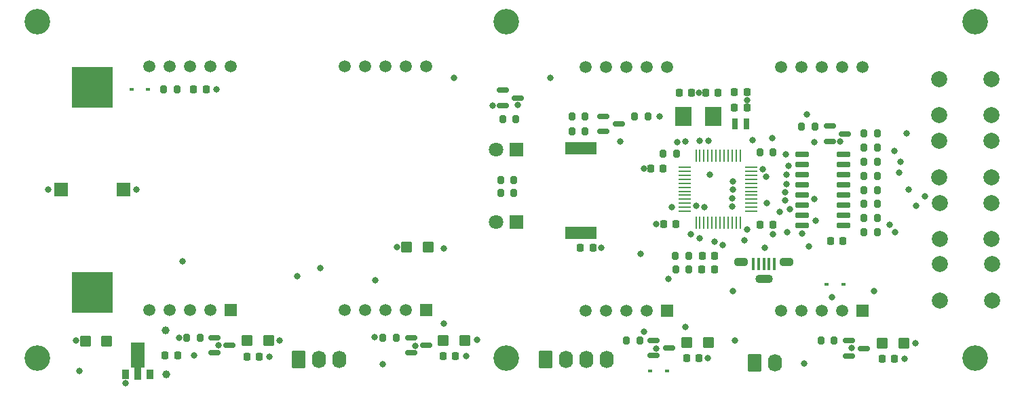
<source format=gbr>
G04 #@! TF.GenerationSoftware,KiCad,Pcbnew,6.0.11-2627ca5db0~126~ubuntu22.04.1*
G04 #@! TF.CreationDate,2023-10-21T07:57:24+01:00*
G04 #@! TF.ProjectId,LEDClock,4c454443-6c6f-4636-9b2e-6b696361645f,rev?*
G04 #@! TF.SameCoordinates,PX44794c0PY22243c0*
G04 #@! TF.FileFunction,Soldermask,Top*
G04 #@! TF.FilePolarity,Negative*
%FSLAX45Y45*%
G04 Gerber Fmt 4.5, Leading zero omitted, Abs format (unit mm)*
G04 Created by KiCad (PCBNEW 6.0.11-2627ca5db0~126~ubuntu22.04.1) date 2023-10-21 07:57:24*
%MOMM*%
%LPD*%
G01*
G04 APERTURE LIST*
G04 Aperture macros list*
%AMRoundRect*
0 Rectangle with rounded corners*
0 $1 Rounding radius*
0 $2 $3 $4 $5 $6 $7 $8 $9 X,Y pos of 4 corners*
0 Add a 4 corners polygon primitive as box body*
4,1,4,$2,$3,$4,$5,$6,$7,$8,$9,$2,$3,0*
0 Add four circle primitives for the rounded corners*
1,1,$1+$1,$2,$3*
1,1,$1+$1,$4,$5*
1,1,$1+$1,$6,$7*
1,1,$1+$1,$8,$9*
0 Add four rect primitives between the rounded corners*
20,1,$1+$1,$2,$3,$4,$5,0*
20,1,$1+$1,$4,$5,$6,$7,0*
20,1,$1+$1,$6,$7,$8,$9,0*
20,1,$1+$1,$8,$9,$2,$3,0*%
%AMFreePoly0*
4,1,9,3.862500,-0.866500,0.737500,-0.866500,0.737500,-0.450000,-0.737500,-0.450000,-0.737500,0.450000,0.737500,0.450000,0.737500,0.866500,3.862500,0.866500,3.862500,-0.866500,3.862500,-0.866500,$1*%
G04 Aperture macros list end*
%ADD10RoundRect,0.062500X-0.062500X0.675000X-0.062500X-0.675000X0.062500X-0.675000X0.062500X0.675000X0*%
%ADD11RoundRect,0.062500X-0.675000X0.062500X-0.675000X-0.062500X0.675000X-0.062500X0.675000X0.062500X0*%
%ADD12RoundRect,0.249999X0.450001X0.425001X-0.450001X0.425001X-0.450001X-0.425001X0.450001X-0.425001X0*%
%ADD13R,0.450000X1.500000*%
%ADD14O,1.800000X1.100000*%
%ADD15O,2.200000X1.100000*%
%ADD16R,0.900000X1.300000*%
%ADD17FreePoly0,90.000000*%
%ADD18RoundRect,0.225000X-0.225000X-0.250000X0.225000X-0.250000X0.225000X0.250000X-0.225000X0.250000X0*%
%ADD19C,1.000000*%
%ADD20RoundRect,0.218750X0.218750X0.256250X-0.218750X0.256250X-0.218750X-0.256250X0.218750X-0.256250X0*%
%ADD21R,4.000000X1.500000*%
%ADD22RoundRect,0.200000X-0.200000X-0.275000X0.200000X-0.275000X0.200000X0.275000X-0.200000X0.275000X0*%
%ADD23R,0.600000X0.450000*%
%ADD24RoundRect,0.150000X-0.587500X-0.150000X0.587500X-0.150000X0.587500X0.150000X-0.587500X0.150000X0*%
%ADD25R,2.000000X2.400000*%
%ADD26C,3.200000*%
%ADD27R,1.651000X1.651000*%
%ADD28RoundRect,0.200000X0.200000X0.275000X-0.200000X0.275000X-0.200000X-0.275000X0.200000X-0.275000X0*%
%ADD29RoundRect,0.225000X0.225000X0.250000X-0.225000X0.250000X-0.225000X-0.250000X0.225000X-0.250000X0*%
%ADD30RoundRect,0.250000X-0.620000X-0.845000X0.620000X-0.845000X0.620000X0.845000X-0.620000X0.845000X0*%
%ADD31O,1.740000X2.190000*%
%ADD32RoundRect,0.250000X-0.450000X-0.425000X0.450000X-0.425000X0.450000X0.425000X-0.450000X0.425000X0*%
%ADD33RoundRect,0.250000X0.450000X0.425000X-0.450000X0.425000X-0.450000X-0.425000X0.450000X-0.425000X0*%
%ADD34R,5.080000X5.080000*%
%ADD35R,0.700000X1.400000*%
%ADD36RoundRect,0.150000X-0.725000X-0.150000X0.725000X-0.150000X0.725000X0.150000X-0.725000X0.150000X0*%
%ADD37R,1.500000X1.500000*%
%ADD38C,1.500000*%
%ADD39C,2.000000*%
%ADD40R,1.800000X1.800000*%
%ADD41C,1.800000*%
%ADD42C,0.800000*%
G04 APERTURE END LIST*
D10*
X9169000Y-2075750D03*
X9119000Y-2075750D03*
X9069000Y-2075750D03*
X9019000Y-2075750D03*
X8969000Y-2075750D03*
X8919000Y-2075750D03*
X8869000Y-2075750D03*
X8819000Y-2075750D03*
X8769000Y-2075750D03*
X8719000Y-2075750D03*
X8669000Y-2075750D03*
X8619000Y-2075750D03*
D11*
X8477750Y-2217000D03*
X8477750Y-2267000D03*
X8477750Y-2317000D03*
X8477750Y-2367000D03*
X8477750Y-2417000D03*
X8477750Y-2467000D03*
X8477750Y-2517000D03*
X8477750Y-2567000D03*
X8477750Y-2617000D03*
X8477750Y-2667000D03*
X8477750Y-2717000D03*
X8477750Y-2767000D03*
D10*
X8619000Y-2908250D03*
X8669000Y-2908250D03*
X8719000Y-2908250D03*
X8769000Y-2908250D03*
X8819000Y-2908250D03*
X8869000Y-2908250D03*
X8919000Y-2908250D03*
X8969000Y-2908250D03*
X9019000Y-2908250D03*
X9069000Y-2908250D03*
X9119000Y-2908250D03*
X9169000Y-2908250D03*
D11*
X9310250Y-2767000D03*
X9310250Y-2717000D03*
X9310250Y-2667000D03*
X9310250Y-2617000D03*
X9310250Y-2567000D03*
X9310250Y-2517000D03*
X9310250Y-2467000D03*
X9310250Y-2417000D03*
X9310250Y-2367000D03*
X9310250Y-2317000D03*
X9310250Y-2267000D03*
X9310250Y-2217000D03*
D12*
X1269000Y-4389000D03*
X999000Y-4389000D03*
D13*
X9335000Y-3427500D03*
X9400000Y-3427500D03*
X9465000Y-3427500D03*
X9530000Y-3427500D03*
X9595000Y-3427500D03*
D14*
X9745000Y-3402500D03*
X9185000Y-3402500D03*
D15*
X9465000Y-3617500D03*
D16*
X1504000Y-4803750D03*
D17*
X1654000Y-4795000D03*
D16*
X1804000Y-4803750D03*
D18*
X1995000Y-4570000D03*
X2150000Y-4570000D03*
D19*
X2002000Y-4253000D03*
D20*
X8850000Y-3498000D03*
X8692500Y-3498000D03*
D21*
X7180000Y-3035000D03*
X7180000Y-1980000D03*
D22*
X6182500Y-2540000D03*
X6347500Y-2540000D03*
D23*
X8259000Y-4767000D03*
X8049000Y-4767000D03*
D22*
X10178500Y-4385000D03*
X10343500Y-4385000D03*
D24*
X6210750Y-1254000D03*
X6210750Y-1444000D03*
X6398250Y-1349000D03*
D22*
X10717500Y-2675000D03*
X10882500Y-2675000D03*
D18*
X5464500Y-4582000D03*
X5619500Y-4582000D03*
D25*
X8835000Y-1583000D03*
X8465000Y-1583000D03*
D26*
X400000Y-4600000D03*
D27*
X698760Y-2498000D03*
X1476000Y-2498000D03*
D28*
X8375500Y-2043000D03*
X8210500Y-2043000D03*
D26*
X6250000Y-400000D03*
D23*
X10460000Y-3679000D03*
X10250000Y-3679000D03*
D24*
X10291500Y-1703000D03*
X10291500Y-1893000D03*
X10479000Y-1798000D03*
D18*
X8051500Y-2232000D03*
X8206500Y-2232000D03*
X10942500Y-4609000D03*
X11097500Y-4609000D03*
D24*
X8092600Y-4382110D03*
X8092600Y-4572110D03*
X8280100Y-4477110D03*
D22*
X9417500Y-2030000D03*
X9582500Y-2030000D03*
D29*
X10452500Y-3136000D03*
X10297500Y-3136000D03*
D30*
X6741000Y-4622000D03*
D31*
X6995000Y-4622000D03*
X7249000Y-4622000D03*
X7503000Y-4622000D03*
D22*
X10717500Y-2325000D03*
X10882500Y-2325000D03*
D18*
X9100500Y-1280000D03*
X9255500Y-1280000D03*
D26*
X400000Y-400000D03*
D22*
X10717500Y-2850000D03*
X10882500Y-2850000D03*
X9937500Y-1706000D03*
X10102500Y-1706000D03*
D29*
X2507500Y-1240000D03*
X2352500Y-1240000D03*
D22*
X1977500Y-1240000D03*
X2142500Y-1240000D03*
D18*
X8410000Y-1283000D03*
X8565000Y-1283000D03*
D22*
X10717500Y-1975000D03*
X10882500Y-1975000D03*
D28*
X7237500Y-1770000D03*
X7072500Y-1770000D03*
D22*
X10717500Y-2150000D03*
X10882500Y-2150000D03*
X10717500Y-2500000D03*
X10882500Y-2500000D03*
D32*
X10943250Y-4416000D03*
X11213250Y-4416000D03*
D33*
X5276750Y-3219250D03*
X5006750Y-3219250D03*
D29*
X9575000Y-2940000D03*
X9420000Y-2940000D03*
D22*
X7072500Y-1580000D03*
X7237500Y-1580000D03*
D28*
X6373000Y-1615000D03*
X6208000Y-1615000D03*
D22*
X8361750Y-3323000D03*
X8526750Y-3323000D03*
X10717500Y-3025000D03*
X10882500Y-3025000D03*
D29*
X8897500Y-1283000D03*
X8742500Y-1283000D03*
D30*
X3664000Y-4624000D03*
D31*
X3918000Y-4624000D03*
X4172000Y-4624000D03*
D30*
X9354000Y-4659000D03*
D31*
X9608000Y-4659000D03*
D22*
X7752850Y-4380110D03*
X7917850Y-4380110D03*
D34*
X1087000Y-1215840D03*
X1087000Y-3778700D03*
D32*
X5468000Y-4381000D03*
X5738000Y-4381000D03*
D24*
X2613500Y-4350000D03*
X2613500Y-4540000D03*
X2801000Y-4445000D03*
D19*
X2014000Y-4808000D03*
D28*
X8017500Y-1580000D03*
X7852500Y-1580000D03*
D22*
X4712500Y-4347000D03*
X4877500Y-4347000D03*
X2267500Y-4352000D03*
X2432500Y-4352000D03*
D24*
X7466250Y-1580000D03*
X7466250Y-1770000D03*
X7653750Y-1675000D03*
D18*
X8212500Y-2930000D03*
X8367500Y-2930000D03*
D24*
X5063250Y-4349000D03*
X5063250Y-4539000D03*
X5250750Y-4444000D03*
D18*
X8502850Y-4608110D03*
X8657850Y-4608110D03*
D26*
X12100000Y-4600000D03*
D18*
X9098500Y-1468000D03*
X9253500Y-1468000D03*
D35*
X9248000Y-1672000D03*
X9108000Y-1672000D03*
D23*
X1785000Y-1240000D03*
X1575000Y-1240000D03*
D26*
X12100000Y-400000D03*
D29*
X7332500Y-3226000D03*
X7177500Y-3226000D03*
D18*
X3015500Y-4583000D03*
X3170500Y-4583000D03*
D32*
X3015250Y-4384000D03*
X3285250Y-4384000D03*
D22*
X6182500Y-2375000D03*
X6347500Y-2375000D03*
X8366750Y-3498000D03*
X8531750Y-3498000D03*
D24*
X10527250Y-4387000D03*
X10527250Y-4577000D03*
X10714750Y-4482000D03*
D26*
X6250000Y-4600000D03*
D20*
X8852000Y-3322000D03*
X8694500Y-3322000D03*
D36*
X9942500Y-2055500D03*
X9942500Y-2182500D03*
X9942500Y-2309500D03*
X9942500Y-2436500D03*
X9942500Y-2563500D03*
X9942500Y-2690500D03*
X9942500Y-2817500D03*
X9942500Y-2944500D03*
X10457500Y-2944500D03*
X10457500Y-2817500D03*
X10457500Y-2690500D03*
X10457500Y-2563500D03*
X10457500Y-2436500D03*
X10457500Y-2309500D03*
X10457500Y-2182500D03*
X10457500Y-2055500D03*
D22*
X10717000Y-1795000D03*
X10882000Y-1795000D03*
D32*
X8503600Y-4413110D03*
X8773600Y-4413110D03*
D37*
X8258000Y-4008000D03*
D38*
X8004000Y-4008000D03*
X7750000Y-4008000D03*
X7496000Y-4008000D03*
X7242000Y-4008000D03*
X7242000Y-960000D03*
X7496000Y-960000D03*
X7750000Y-960000D03*
X8004000Y-960000D03*
X8258000Y-960000D03*
D39*
X12308000Y-2661000D03*
X11658000Y-2661000D03*
X12308000Y-3111000D03*
X11658000Y-3111000D03*
X12307000Y-1890000D03*
X11657000Y-1890000D03*
X12307000Y-2340000D03*
X11657000Y-2340000D03*
D40*
X6376500Y-2000000D03*
D41*
X6122500Y-2000000D03*
D39*
X12307000Y-1118000D03*
X11657000Y-1118000D03*
X12307000Y-1568000D03*
X11657000Y-1568000D03*
D37*
X5255000Y-4006000D03*
D38*
X5001000Y-4006000D03*
X4747000Y-4006000D03*
X4493000Y-4006000D03*
X4239000Y-4006000D03*
X4239000Y-958000D03*
X4493000Y-958000D03*
X4747000Y-958000D03*
X5001000Y-958000D03*
X5255000Y-958000D03*
D40*
X6376500Y-2900000D03*
D41*
X6122500Y-2900000D03*
D37*
X2817000Y-4007000D03*
D38*
X2563000Y-4007000D03*
X2309000Y-4007000D03*
X2055000Y-4007000D03*
X1801000Y-4007000D03*
X1801000Y-959000D03*
X2055000Y-959000D03*
X2309000Y-959000D03*
X2563000Y-959000D03*
X2817000Y-959000D03*
D39*
X11661000Y-3431000D03*
X12311000Y-3431000D03*
X12311000Y-3881000D03*
X11661000Y-3881000D03*
D37*
X10697000Y-4008000D03*
D38*
X10443000Y-4008000D03*
X10189000Y-4008000D03*
X9935000Y-4008000D03*
X9681000Y-4008000D03*
X9681000Y-960000D03*
X9935000Y-960000D03*
X10189000Y-960000D03*
X10443000Y-960000D03*
X10697000Y-960000D03*
D42*
X9449960Y-2244550D03*
X884000Y-4386000D03*
X9322000Y-1880000D03*
X9259117Y-2992665D03*
X5884000Y-4379000D03*
X4709000Y-4677000D03*
X10096000Y-1900000D03*
X3426000Y-4384000D03*
X9968000Y-4672000D03*
X9942500Y-3042500D03*
X3294000Y-4583000D03*
X11354000Y-4414000D03*
X2640000Y-1240000D03*
X8654000Y-1283000D03*
X8316550Y-2711892D03*
X8124000Y-2929000D03*
X8769000Y-4605000D03*
X7673430Y-1894110D03*
X6081500Y-1446000D03*
X9575000Y-3055000D03*
X537380Y-2494000D03*
X6800000Y-1100000D03*
X930000Y-4761000D03*
X8773200Y-1884550D03*
X5752000Y-4578000D03*
X9255500Y-1375500D03*
X11222000Y-4613000D03*
X10024000Y-3203000D03*
X7972450Y-2231000D03*
X4891000Y-3216250D03*
X10415000Y-1896000D03*
X1504000Y-4920000D03*
X9572600Y-1851000D03*
X7932000Y-3304000D03*
X7435000Y-3226000D03*
X2355000Y-4570000D03*
X5600000Y-1100000D03*
X1633380Y-2498000D03*
X5469000Y-3229000D03*
X5469000Y-4170000D03*
X11367000Y-2702000D03*
X11268450Y-2499000D03*
X10313000Y-3841450D03*
X11156000Y-2280000D03*
X11170000Y-2150000D03*
X11097000Y-2012000D03*
X11032000Y-2936000D03*
X11105000Y-3027000D03*
X8661758Y-1882729D03*
X9739000Y-2053000D03*
X5120000Y-4449050D03*
X2173000Y-4349000D03*
X2216000Y-3389000D03*
X4614901Y-3630050D03*
X8851300Y-3146876D03*
X4608000Y-4344000D03*
X8277000Y-3613000D03*
X8955067Y-3189058D03*
X7972350Y-4272110D03*
X9080498Y-3769422D03*
X9106000Y-4380000D03*
X9772460Y-2202000D03*
X8487195Y-1895550D03*
X8383000Y-1899000D03*
X9749000Y-2308000D03*
X8787799Y-2310201D03*
X9747063Y-2428296D03*
X6398000Y-1441000D03*
X9733290Y-2527293D03*
X9081000Y-2390000D03*
X9222000Y-3128000D03*
X9474000Y-3225000D03*
X9727450Y-2627073D03*
X9077000Y-2499000D03*
X3642000Y-3579000D03*
X3934000Y-3475550D03*
X9073141Y-2705600D03*
X10006000Y-1554000D03*
X10099000Y-2617000D03*
X8726623Y-2715163D03*
X8121350Y-4482160D03*
X9496000Y-2335000D03*
X8168000Y-1580000D03*
X8618817Y-2695183D03*
X10112000Y-2881000D03*
X9505992Y-2663519D03*
X9793000Y-2738000D03*
X11475000Y-2577000D03*
X9665550Y-2772450D03*
X9074003Y-2605653D03*
X10558000Y-4480000D03*
X9757000Y-3025000D03*
X8661450Y-3101865D03*
X11247000Y-1791000D03*
X10842000Y-3769000D03*
X2665000Y-4444000D03*
X8557000Y-3058000D03*
X8486000Y-4217000D03*
M02*

</source>
